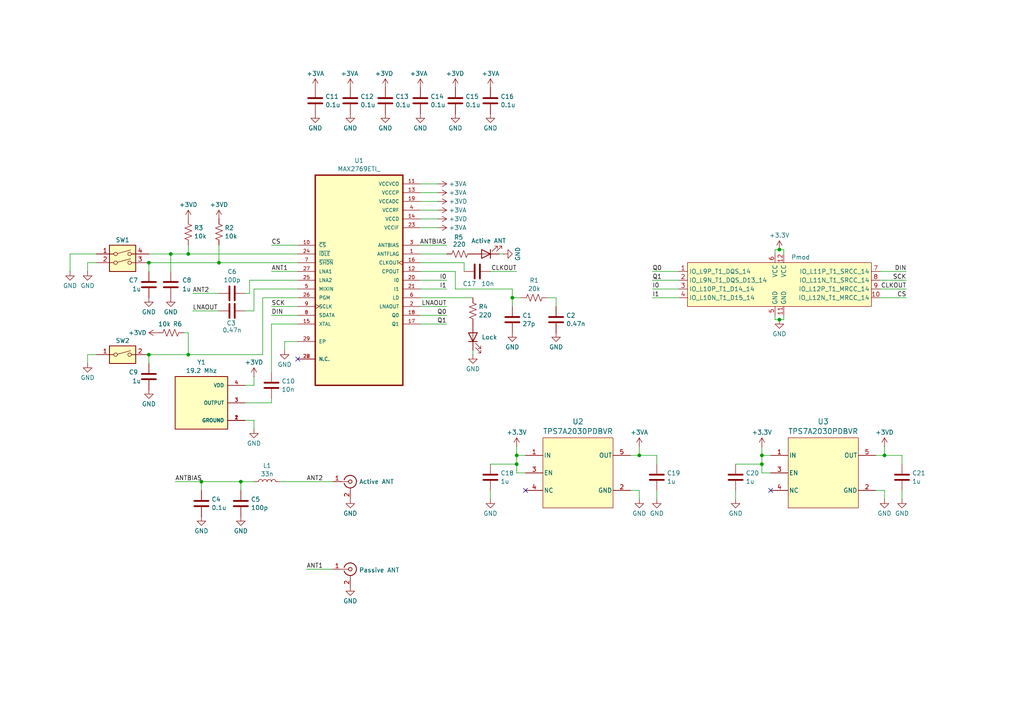
<source format=kicad_sch>
(kicad_sch (version 20250114) (generator "eeschema") (generator_version "9.0")
  (paper "A4")
  (lib_symbols
    (symbol "2025-04-18_23-38-37:TPS7A2030PDBVR" (pin_names (offset 0.254))
      (property "Reference" "U2" (at 15.24 9.812 0))
      (property "Value" "TPS7A2030PDBVR" (at 15.24 6.9791 0))
      (symbol "TPS7A2030PDBVR_0_1"
        (pin power_in line (at 0 0 0) (length 5.08) (name "IN") (number "1"))
        (pin input line (at 0 -5.08 0) (length 5.08) (name "EN") (number "3"))
        (pin unspecified line (at 0 -10.16 0) (length 5.08) (name "NC") (number "4"))
        (pin unspecified line (at 30.48 0 180) (length 5.08) (name "OUT") (number "5"))
        (pin power_in line (at 30.48 -10.16 180) (length 5.08) (name "GND") (number "2"))
      )
      (symbol "TPS7A2030PDBVR_1_1"
        (rectangle (start 5.08 5.08) (end 25.4 -15.24) (fill (type background)))
      )
    )
    (symbol "Connector:Conn_Coaxial" (pin_names (offset 1.016) (hide yes))
      (property "Reference" "J" (at 0.254 3.048 0))
      (property "Value" "Conn_Coaxial" (at 2.921 0 90))
      (symbol "Conn_Coaxial_0_1"
        (polyline (pts (xy -2.54 0) (xy -0.508 0)))
        (arc (start 1.778 0) (mid 0.222 -1.8079) (end -1.778 -0.508) (stroke (width 0.254)))
        (arc (start -1.778 0.508) (mid 0.2221 1.8084) (end 1.778 0) (stroke (width 0.254)))
        (circle (center 0 0) (radius 0.508) (stroke (width 0.2032)))
        (polyline (pts (xy 0 -2.54) (xy 0 -1.778)))
      )
      (symbol "Conn_Coaxial_1_1"
        (pin passive line (at -5.08 0 0) (length 2.54) (name "In") (number "1"))
        (pin passive line (at 0 -5.08 90) (length 2.54) (name "Ext") (number "2"))
      )
    )
    (symbol "Custom:ArtyS7JB"
      (property "Reference" "J" (at 7.366 1.524 0))
      (symbol "ArtyS7JB_1_1"
        (rectangle (start -26.67 0) (end 26.67 -12.7) (fill (type background)))
        (pin bidirectional line (at -29.21 -2.54 0) (length 2.54) (name "IO_L9P_T1_DQS_14") (number "1"))
        (pin bidirectional line (at -29.21 -5.08 0) (length 2.54) (name "IO_L9N_T1_DQS_D13_14") (number "2"))
        (pin bidirectional line (at -29.21 -7.62 0) (length 2.54) (name "IO_L10P_T1_D14_14") (number "3"))
        (pin bidirectional line (at -29.21 -10.16 0) (length 2.54) (name "IO_L10N_T1_D15_14") (number "4"))
        (pin bidirectional line (at -1.27 2.54 270) (length 2.54) (name "VCC") (number "6"))
        (pin bidirectional line (at -1.27 -15.24 90) (length 2.54) (name "GND") (number "5"))
        (pin bidirectional line (at 1.27 2.54 270) (length 2.54) (name "VCC") (number "12"))
        (pin bidirectional line (at 1.27 -15.24 90) (length 2.54) (name "GND") (number "11"))
        (pin bidirectional line (at 29.21 -2.54 180) (length 2.54) (name "IO_L11P_T1_SRCC_14") (number "7"))
        (pin bidirectional line (at 29.21 -5.08 180) (length 2.54) (name "IO_L11N_T1_SRCC_14") (number "8"))
        (pin bidirectional line (at 29.21 -7.62 180) (length 2.54) (name "IO_L12P_T1_MRCC_14") (number "9"))
        (pin bidirectional line (at 29.21 -10.16 180) (length 2.54) (name "IO_L12N_T1_MRCC_14") (number "10"))
      )
    )
    (symbol "Device:C" (pin_numbers (hide yes)) (pin_names (offset 0.254))
      (property "Reference" "C" (at 0.635 2.54 0))
      (property "Value" "C" (at 0.635 -2.54 0))
      (symbol "C_0_1"
        (polyline (pts (xy -2.032 0.762) (xy 2.032 0.762)) (stroke (width 0.508)))
        (polyline (pts (xy -2.032 -0.762) (xy 2.032 -0.762)) (stroke (width 0.508)))
      )
      (symbol "C_1_1"
        (pin passive line (at 0 3.81 270) (length 2.794) (name "~") (number "1"))
        (pin passive line (at 0 -3.81 90) (length 2.794) (name "~") (number "2"))
      )
    )
    (symbol "Device:L" (pin_numbers (hide yes)) (pin_names (offset 1.016) (hide yes))
      (property "Reference" "L" (at -1.27 0 90))
      (property "Value" "L" (at 1.905 0 90))
      (symbol "L_0_1"
        (arc (start 0 2.54) (mid 0.6323 1.905) (end 0 1.27))
        (arc (start 0 1.27) (mid 0.6323 0.635) (end 0 0))
        (arc (start 0 0) (mid 0.6323 -0.635) (end 0 -1.27))
        (arc (start 0 -1.27) (mid 0.6323 -1.905) (end 0 -2.54))
      )
      (symbol "L_1_1"
        (pin passive line (at 0 3.81 270) (length 1.27) (name "1") (number "1"))
        (pin passive line (at 0 -3.81 90) (length 1.27) (name "2") (number "2"))
      )
    )
    (symbol "Device:LED" (pin_numbers (hide yes)) (pin_names (offset 1.016) (hide yes))
      (property "Reference" "D" (at 0 2.54 0))
      (property "Value" "LED" (at 0 -2.54 0))
      (symbol "LED_0_1"
        (polyline (pts (xy -3.048 -0.762) (xy -4.572 -2.286) (xy -3.81 -2.286) (xy -4.572 -2.286) (xy -4.572 -1.524)))
        (polyline (pts (xy -1.778 -0.762) (xy -3.302 -2.286) (xy -2.54 -2.286) (xy -3.302 -2.286) (xy -3.302 -1.524)))
        (polyline (pts (xy -1.27 0) (xy 1.27 0)))
        (polyline (pts (xy -1.27 -1.27) (xy -1.27 1.27)) (stroke (width 0.254)))
        (polyline (pts (xy 1.27 -1.27) (xy 1.27 1.27) (xy -1.27 0) (xy 1.27 -1.27)) (stroke (width 0.254)))
      )
      (symbol "LED_1_1"
        (pin passive line (at -3.81 0 0) (length 2.54) (name "K") (number "1"))
        (pin passive line (at 3.81 0 180) (length 2.54) (name "A") (number "2"))
      )
    )
    (symbol "Device:R_US" (pin_numbers (hide yes)) (pin_names (offset 0))
      (property "Reference" "R" (at 2.54 0 90))
      (property "Value" "R_US" (at -2.54 0 90))
      (symbol "R_US_0_1"
        (polyline (pts (xy 0 2.286) (xy 0 2.54)))
        (polyline (pts (xy 0 2.286) (xy 1.016 1.905) (xy 0 1.524) (xy -1.016 1.143) (xy 0 0.762)))
        (polyline (pts (xy 0 0.762) (xy 1.016 0.381) (xy 0 0) (xy -1.016 -0.381) (xy 0 -0.762)))
        (polyline (pts (xy 0 -0.762) (xy 1.016 -1.143) (xy 0 -1.524) (xy -1.016 -1.905) (xy 0 -2.286)))
        (polyline (pts (xy 0 -2.286) (xy 0 -2.54)))
      )
      (symbol "R_US_1_1"
        (pin passive line (at 0 3.81 270) (length 1.27) (name "~") (number "1"))
        (pin passive line (at 0 -3.81 90) (length 1.27) (name "~") (number "2"))
      )
    )
    (symbol "ECS-TXO-20CSMV4-192-AN-TR:ECS-TXO-20CSMV4-192-AN-TR" (pin_names (offset 1.016))
      (property "Reference" "Y" (at -7.62 8.255 0))
      (property "Value" "ECS-TXO-20CSMV4-192-AN-TR" (at -7.62 -10.16 0))
      (symbol "ECS-TXO-20CSMV4-192-AN-TR_0_0"
        (rectangle (start -7.62 -7.62) (end 7.62 7.62) (stroke (width 0.254)) (fill (type background)))
        (pin power_in line (at 12.7 5.08 180) (length 5.08) (name "VDD") (number "4"))
        (pin output line (at 12.7 0 180) (length 5.08) (name "OUTPUT") (number "3"))
        (pin power_in line (at 12.7 -5.08 180) (length 5.08) (name "GROUND") (number "1"))
        (pin power_in line (at 12.7 -5.08 180) (length 5.08) (name "GROUND") (number "2"))
      )
    )
    (symbol "MAX2769ETI_:MAX2769ETI_" (pin_names (offset 1.016))
      (property "Reference" "U" (at -12.7 31.48 0))
      (property "Value" "MAX2769ETI_" (at -12.7 -34.48 0))
      (symbol "MAX2769ETI__0_0"
        (rectangle (start -12.7 -30.48) (end 12.7 30.48) (stroke (width 0.41)) (fill (type background)))
        (pin input line (at -17.78 10.16 0) (length 5.08) (name "~{CS}") (number "10"))
        (pin input line (at -17.78 7.62 0) (length 5.08) (name "~{IDLE}") (number "24"))
        (pin input line (at -17.78 5.08 0) (length 5.08) (name "~{SHDN}") (number "7"))
        (pin input line (at -17.78 2.54 0) (length 5.08) (name "LNA1") (number "27"))
        (pin input line (at -17.78 0 0) (length 5.08) (name "LNA2") (number "25"))
        (pin input line (at -17.78 -2.54 0) (length 5.08) (name "MIXIN") (number "5"))
        (pin input line (at -17.78 -5.08 0) (length 5.08) (name "PGM") (number "26"))
        (pin input clock (at -17.78 -7.62 0) (length 5.08) (name "SCLK") (number "9"))
        (pin input line (at -17.78 -10.16 0) (length 5.08) (name "SDATA") (number "8"))
        (pin input line (at -17.78 -12.7 0) (length 5.08) (name "XTAL") (number "15"))
        (pin bidirectional line (at -17.78 -17.78 0) (length 5.08) (name "EP") (number "29"))
        (pin bidirectional line (at -17.78 -22.86 0) (length 5.08) (name "N.C.") (number "22"))
        (pin bidirectional line (at -17.78 -22.86 0) (length 5.08) (name "N.C.") (number "28"))
        (pin power_in line (at 17.78 27.94 180) (length 5.08) (name "VCCVCO") (number "11"))
        (pin power_in line (at 17.78 25.4 180) (length 5.08) (name "VCCCP") (number "13"))
        (pin power_in line (at 17.78 22.86 180) (length 5.08) (name "VCCADC") (number "19"))
        (pin power_in line (at 17.78 20.32 180) (length 5.08) (name "VCCRF") (number "4"))
        (pin power_in line (at 17.78 17.78 180) (length 5.08) (name "VCCD") (number "14"))
        (pin power_in line (at 17.78 15.24 180) (length 5.08) (name "VCCIF") (number "23"))
        (pin output line (at 17.78 10.16 180) (length 5.08) (name "ANTBIAS") (number "3"))
        (pin output line (at 17.78 7.62 180) (length 5.08) (name "ANTFLAG") (number "1"))
        (pin output clock (at 17.78 5.08 180) (length 5.08) (name "CLKOUT") (number "16"))
        (pin output line (at 17.78 2.54 180) (length 5.08) (name "CPOUT") (number "12"))
        (pin output line (at 17.78 0 180) (length 5.08) (name "I0") (number "20"))
        (pin output line (at 17.78 -2.54 180) (length 5.08) (name "I1") (number "21"))
        (pin output line (at 17.78 -5.08 180) (length 5.08) (name "LD") (number "6"))
        (pin output line (at 17.78 -7.62 180) (length 5.08) (name "LNAOUT") (number "2"))
        (pin output line (at 17.78 -10.16 180) (length 5.08) (name "Q0") (number "18"))
        (pin output line (at 17.78 -12.7 180) (length 5.08) (name "Q1") (number "17"))
      )
    )
    (symbol "Switch:SW_DIP_x01" (pin_names (offset 0) (hide yes))
      (property "Reference" "SW" (at 0 3.81 0))
      (property "Value" "SW_DIP_x01" (at 0 -3.81 0))
      (symbol "SW_DIP_x01_0_0"
        (circle (center -2.032 0) (radius 0.508))
        (polyline (pts (xy -1.524 0.127) (xy 2.3622 1.1684)))
        (circle (center 2.032 0) (radius 0.508))
      )
      (symbol "SW_DIP_x01_0_1"
        (rectangle (start -3.81 2.54) (end 3.81 -2.54) (stroke (width 0.254)) (fill (type background)))
      )
      (symbol "SW_DIP_x01_1_1"
        (pin passive line (at -7.62 0 0) (length 5.08) (name "~") (number "1"))
        (pin passive line (at 7.62 0 180) (length 5.08) (name "~") (number "2"))
      )
    )
    (symbol "Switch:SW_DIP_x02" (pin_names (offset 0) (hide yes))
      (property "Reference" "SW" (at 0 6.35 0))
      (property "Value" "SW_DIP_x02" (at 0 -3.81 0))
      (symbol "SW_DIP_x02_0_0"
        (circle (center -2.032 2.54) (radius 0.508))
        (circle (center -2.032 0) (radius 0.508))
        (polyline (pts (xy -1.524 2.667) (xy 2.3622 3.7084)))
        (polyline (pts (xy -1.524 0.127) (xy 2.3622 1.1684)))
        (circle (center 2.032 2.54) (radius 0.508))
        (circle (center 2.032 0) (radius 0.508))
      )
      (symbol "SW_DIP_x02_0_1"
        (rectangle (start -3.81 5.08) (end 3.81 -2.54) (stroke (width 0.254)) (fill (type background)))
      )
      (symbol "SW_DIP_x02_1_1"
        (pin passive line (at -7.62 2.54 0) (length 5.08) (name "~") (number "1"))
        (pin passive line (at -7.62 0 0) (length 5.08) (name "~") (number "2"))
        (pin passive line (at 7.62 2.54 180) (length 5.08) (name "~") (number "4"))
        (pin passive line (at 7.62 0 180) (length 5.08) (name "~") (number "3"))
      )
    )
    (symbol "power:+3.3V" (power) (pin_numbers (hide yes)) (pin_names (offset 0) (hide yes))
      (property "Value" "+3.3V" (at 0 3.556 0))
      (symbol "+3.3V_0_1"
        (polyline (pts (xy -0.762 1.27) (xy 0 2.54)))
        (polyline (pts (xy 0 2.54) (xy 0.762 1.27)))
        (polyline (pts (xy 0 0) (xy 0 2.54)))
      )
      (symbol "+3.3V_1_1"
        (pin power_in line (at 0 0 90) (length 0) (name "~") (number "1"))
      )
    )
    (symbol "power:+3V0" (power) (pin_numbers (hide yes)) (pin_names (offset 0) (hide yes))
      (property "Value" "+3V0" (at 0 3.556 0))
      (symbol "+3V0_0_1"
        (polyline (pts (xy -0.762 1.27) (xy 0 2.54)))
        (polyline (pts (xy 0 2.54) (xy 0.762 1.27)))
        (polyline (pts (xy 0 0) (xy 0 2.54)))
      )
      (symbol "+3V0_1_1"
        (pin power_in line (at 0 0 90) (length 0) (name "~") (number "1"))
      )
    )
    (symbol "power:GND" (power) (pin_numbers (hide yes)) (pin_names (offset 0) (hide yes))
      (property "Value" "GND" (at 0 -3.81 0))
      (symbol "GND_0_1"
        (polyline (pts (xy 0 0) (xy 0 -1.27) (xy 1.27 -1.27) (xy 0 -2.54) (xy -1.27 -1.27) (xy 0 -1.27)))
      )
      (symbol "GND_1_1"
        (pin power_in line (at 0 0 270) (length 0) (name "~") (number "1"))
      )
    )
  )
  (junction (at 149.86 132.08))
  (junction (at 58.42 139.7))
  (junction (at 54.61 73.66))
  (junction (at 220.98 132.08))
  (junction (at 226.06 92.71))
  (junction (at 69.85 139.7))
  (junction (at 43.18 76.2))
  (junction (at 185.42 132.08))
  (junction (at 226.06 72.39))
  (junction (at 54.61 102.87))
  (junction (at 63.5 76.2))
  (junction (at 256.54 132.08))
  (junction (at 148.59 86.36))
  (junction (at 220.98 134.62))
  (junction (at 149.86 134.62))
  (junction (at 43.18 102.87))
  (junction (at 49.53 73.66))
  (no_connect (at 152.4 142.24))
  (no_connect (at 223.52 142.24))
  (no_connect (at 86.36 104.14))
  (wire (pts (xy 158.75 86.36) (xy 161.29 86.36)))
  (wire (pts (xy 149.86 132.08) (xy 152.4 132.08)))
  (wire (pts (xy 149.86 134.62) (xy 149.86 137.16)))
  (wire (pts (xy 121.92 60.96) (xy 127 60.96)))
  (wire (pts (xy 76.2 86.36) (xy 86.36 86.36)))
  (wire (pts (xy 261.62 132.08) (xy 256.54 132.08)))
  (wire (pts (xy 132.08 83.82) (xy 148.59 83.82)))
  (wire (pts (xy 71.12 121.92) (xy 73.66 121.92)))
  (wire (pts (xy 71.12 90.17) (xy 73.66 90.17)))
  (wire (pts (xy 196.85 83.82) (xy 189.23 83.82)))
  (wire (pts (xy 213.36 134.62) (xy 220.98 134.62)))
  (wire (pts (xy 121.92 58.42) (xy 127 58.42)))
  (wire (pts (xy 149.86 129.54) (xy 149.86 132.08)))
  (wire (pts (xy 190.5 144.78) (xy 190.5 142.24)))
  (wire (pts (xy 73.66 121.92) (xy 73.66 124.46)))
  (wire (pts (xy 121.92 93.98) (xy 129.54 93.98)))
  (wire (pts (xy 224.79 72.39) (xy 226.06 72.39)))
  (wire (pts (xy 255.27 83.82) (xy 262.89 83.82)))
  (wire (pts (xy 88.9 165.1) (xy 96.52 165.1)))
  (wire (pts (xy 76.2 102.87) (xy 76.2 86.36)))
  (wire (pts (xy 50.8 139.7) (xy 58.42 139.7)))
  (wire (pts (xy 262.89 78.74) (xy 255.27 78.74)))
  (wire (pts (xy 121.92 86.36) (xy 137.16 86.36)))
  (wire (pts (xy 121.92 83.82) (xy 129.54 83.82)))
  (wire (pts (xy 226.06 72.39) (xy 227.33 72.39)))
  (wire (pts (xy 25.4 102.87) (xy 27.94 102.87)))
  (wire (pts (xy 54.61 71.12) (xy 54.61 73.66)))
  (wire (pts (xy 142.24 134.62) (xy 149.86 134.62)))
  (wire (pts (xy 49.53 73.66) (xy 49.53 78.74)))
  (wire (pts (xy 121.92 81.28) (xy 129.54 81.28)))
  (wire (pts (xy 20.32 73.66) (xy 27.94 73.66)))
  (wire (pts (xy 220.98 137.16) (xy 223.52 137.16)))
  (wire (pts (xy 256.54 142.24) (xy 256.54 144.78)))
  (wire (pts (xy 121.92 53.34) (xy 127 53.34)))
  (wire (pts (xy 261.62 144.78) (xy 261.62 142.24)))
  (wire (pts (xy 227.33 72.39) (xy 227.33 73.66)))
  (wire (pts (xy 190.5 132.08) (xy 185.42 132.08)))
  (wire (pts (xy 72.39 81.28) (xy 86.36 81.28)))
  (wire (pts (xy 43.18 73.66) (xy 49.53 73.66)))
  (wire (pts (xy 78.74 88.9) (xy 86.36 88.9)))
  (wire (pts (xy 196.85 86.36) (xy 189.23 86.36)))
  (wire (pts (xy 25.4 105.41) (xy 25.4 102.87)))
  (wire (pts (xy 73.66 83.82) (xy 86.36 83.82)))
  (wire (pts (xy 137.16 102.87) (xy 137.16 101.6)))
  (wire (pts (xy 54.61 96.52) (xy 54.61 102.87)))
  (wire (pts (xy 58.42 139.7) (xy 58.42 142.24)))
  (wire (pts (xy 55.88 90.17) (xy 63.5 90.17)))
  (wire (pts (xy 121.92 71.12) (xy 129.54 71.12)))
  (wire (pts (xy 148.59 86.36) (xy 151.13 86.36)))
  (wire (pts (xy 54.61 73.66) (xy 86.36 73.66)))
  (wire (pts (xy 82.55 99.06) (xy 82.55 101.6)))
  (wire (pts (xy 73.66 90.17) (xy 73.66 83.82)))
  (wire (pts (xy 54.61 73.66) (xy 49.53 73.66)))
  (wire (pts (xy 78.74 91.44) (xy 86.36 91.44)))
  (wire (pts (xy 220.98 129.54) (xy 220.98 132.08)))
  (wire (pts (xy 132.08 78.74) (xy 121.92 78.74)))
  (wire (pts (xy 20.32 78.74) (xy 20.32 73.66)))
  (wire (pts (xy 54.61 102.87) (xy 76.2 102.87)))
  (wire (pts (xy 71.12 85.09) (xy 72.39 85.09)))
  (wire (pts (xy 148.59 86.36) (xy 148.59 88.9)))
  (wire (pts (xy 161.29 86.36) (xy 161.29 88.9)))
  (wire (pts (xy 72.39 85.09) (xy 72.39 81.28)))
  (wire (pts (xy 43.18 76.2) (xy 43.18 78.74)))
  (wire (pts (xy 121.92 91.44) (xy 129.54 91.44)))
  (wire (pts (xy 262.89 86.36) (xy 255.27 86.36)))
  (wire (pts (xy 71.12 116.84) (xy 78.74 116.84)))
  (wire (pts (xy 121.92 76.2) (xy 134.62 76.2)))
  (wire (pts (xy 78.74 107.95) (xy 78.74 93.98)))
  (wire (pts (xy 182.88 132.08) (xy 185.42 132.08)))
  (wire (pts (xy 256.54 132.08) (xy 256.54 129.54)))
  (wire (pts (xy 121.92 63.5) (xy 127 63.5)))
  (wire (pts (xy 121.92 66.04) (xy 127 66.04)))
  (wire (pts (xy 69.85 139.7) (xy 73.66 139.7)))
  (wire (pts (xy 132.08 78.74) (xy 132.08 83.82)))
  (wire (pts (xy 25.4 76.2) (xy 27.94 76.2)))
  (wire (pts (xy 220.98 132.08) (xy 223.52 132.08)))
  (wire (pts (xy 78.74 71.12) (xy 86.36 71.12)))
  (wire (pts (xy 25.4 78.74) (xy 25.4 76.2)))
  (wire (pts (xy 78.74 115.57) (xy 78.74 116.84)))
  (wire (pts (xy 55.88 85.09) (xy 63.5 85.09)))
  (wire (pts (xy 196.85 78.74) (xy 189.23 78.74)))
  (wire (pts (xy 58.42 139.7) (xy 69.85 139.7)))
  (wire (pts (xy 53.34 96.52) (xy 54.61 96.52)))
  (wire (pts (xy 185.42 132.08) (xy 185.42 129.54)))
  (wire (pts (xy 149.86 137.16) (xy 152.4 137.16)))
  (wire (pts (xy 185.42 142.24) (xy 185.42 144.78)))
  (wire (pts (xy 86.36 99.06) (xy 82.55 99.06)))
  (wire (pts (xy 43.18 102.87) (xy 43.18 105.41)))
  (wire (pts (xy 71.12 111.76) (xy 73.66 111.76)))
  (wire (pts (xy 69.85 139.7) (xy 69.85 142.24)))
  (wire (pts (xy 43.18 102.87) (xy 54.61 102.87)))
  (wire (pts (xy 78.74 78.74) (xy 86.36 78.74)))
  (wire (pts (xy 213.36 144.78) (xy 213.36 142.24)))
  (wire (pts (xy 227.33 92.71) (xy 227.33 91.44)))
  (wire (pts (xy 254 142.24) (xy 256.54 142.24)))
  (wire (pts (xy 63.5 76.2) (xy 86.36 76.2)))
  (wire (pts (xy 261.62 134.62) (xy 261.62 132.08)))
  (wire (pts (xy 73.66 111.76) (xy 73.66 109.22)))
  (wire (pts (xy 78.74 93.98) (xy 86.36 93.98)))
  (wire (pts (xy 226.06 92.71) (xy 227.33 92.71)))
  (wire (pts (xy 121.92 73.66) (xy 129.54 73.66)))
  (wire (pts (xy 146.05 73.66) (xy 144.78 73.66)))
  (wire (pts (xy 148.59 83.82) (xy 148.59 86.36)))
  (wire (pts (xy 121.92 55.88) (xy 127 55.88)))
  (wire (pts (xy 224.79 73.66) (xy 224.79 72.39)))
  (wire (pts (xy 224.79 92.71) (xy 226.06 92.71)))
  (wire (pts (xy 142.24 144.78) (xy 142.24 142.24)))
  (wire (pts (xy 262.89 81.28) (xy 255.27 81.28)))
  (wire (pts (xy 196.85 81.28) (xy 189.23 81.28)))
  (wire (pts (xy 190.5 134.62) (xy 190.5 132.08)))
  (wire (pts (xy 149.86 132.08) (xy 149.86 134.62)))
  (wire (pts (xy 43.18 76.2) (xy 63.5 76.2)))
  (wire (pts (xy 63.5 71.12) (xy 63.5 76.2)))
  (wire (pts (xy 220.98 134.62) (xy 220.98 137.16)))
  (wire (pts (xy 224.79 91.44) (xy 224.79 92.71)))
  (wire (pts (xy 142.24 78.74) (xy 149.86 78.74)))
  (wire (pts (xy 81.28 139.7) (xy 96.52 139.7)))
  (wire (pts (xy 220.98 132.08) (xy 220.98 134.62)))
  (wire (pts (xy 121.92 88.9) (xy 129.54 88.9)))
  (wire (pts (xy 182.88 142.24) (xy 185.42 142.24)))
  (wire (pts (xy 134.62 76.2) (xy 134.62 78.74)))
  (wire (pts (xy 254 132.08) (xy 256.54 132.08)))
  (label "SCK" (at 78.74 88.9 0))
  (label "I0" (at 129.54 81.28 180))
  (label "ANTBIAS" (at 129.54 71.12 180))
  (label "Q0" (at 189.23 78.74 0))
  (label "I0" (at 189.23 83.82 0))
  (label "ANT1" (at 88.9 165.1 0))
  (label "Q0" (at 129.54 91.44 180))
  (label "I1" (at 129.54 83.82 180))
  (label "LNAOUT" (at 129.54 88.9 180))
  (label "ANT2" (at 88.9 139.7 0))
  (label "Q1" (at 189.23 81.28 0))
  (label "CS" (at 78.74 71.12 0))
  (label "DIN" (at 262.89 78.74 180))
  (label "CLKOUT" (at 149.86 78.74 180))
  (label "ANTBIAS" (at 50.8 139.7 0))
  (label "ANT2" (at 55.88 85.09 0))
  (label "Q1" (at 129.54 93.98 180))
  (label "I1" (at 189.23 86.36 0))
  (label "ANT1" (at 78.74 78.74 0))
  (label "SCK" (at 262.89 81.28 180))
  (label "LNAOUT" (at 55.88 90.17 0))
  (label "CLKOUT" (at 262.89 83.82 180))
  (label "DIN" (at 78.74 91.44 0))
  (label "CS" (at 262.89 86.36 180))
  (symbol (lib_id "Device:R_US") (at 49.53 96.52 90) (unit 1)
    (property "Reference" "R6" (at 52.832 93.98 90) (effects (justify left)))
    (property "Value" "10k" (at 49.53 93.98 90) (effects (justify left)))
    (property "Footprint" "Resistor_SMD:R_0603_1608Metric" (effects (hide yes)))
    (property "Description" "Resistor, US symbol" (effects (hide yes)))
    (property "Manufacturer_Part_Number" "RE0603FRE1310KL" (effects (hide yes)))
  )
  (symbol (lib_id "Device:R_US") (at 63.5 67.31 0) (unit 1)
    (property "Reference" "R2" (at 65.151 66.0978 0) (effects (justify left)))
    (property "Value" "10k" (at 65.151 68.5221 0) (effects (justify left)))
    (property "Footprint" "Resistor_SMD:R_0603_1608Metric" (effects (hide yes)))
    (property "Description" "Resistor, US symbol" (effects (hide yes)))
    (property "Manufacturer_Part_Number" "RE0603FRE1310KL" (effects (hide yes)))
  )
  (symbol (lib_id "power:+3V0") (at 127 55.88 270) (unit 1)
    (property "Reference" "#PWR034" (effects (hide yes)))
    (property "Value" "+3VA" (at 130.175 55.88 90) (effects (justify left)))
    (property "Description" "Power symbol creates a global label with name \"+3V0\"" (effects (hide yes)))
  )
  (symbol (lib_id "2025-04-18_23-38-37:TPS7A2030PDBVR") (at 223.52 132.08 0) (unit 1)
    (property "Reference" "U3" (at 238.76 122.268 0) (effects (font (size 1.524 1.524))))
    (property "Value" "TPS7A2030PDBVR" (at 238.76 125.1009 0) (effects (font (size 1.524 1.524))))
    (property "Footprint" "DBV0005A-IPC_A" (effects (hide yes)))
    (property "Manufacturer_Part_Number" "TPS7A2030PDBVR" (effects (hide yes)))
  )
  (symbol (lib_id "power:GND") (at 146.05 73.66 90) (unit 1)
    (property "Reference" "#PWR017" (effects (hide yes)))
    (property "Value" "GND" (at 150.1831 73.66 0))
    (property "Description" "Power symbol creates a global label with name \"GND\" , ground" (effects (hide yes)))
  )
  (symbol (lib_id "power:+3V0") (at 127 53.34 270) (unit 1)
    (property "Reference" "#PWR035" (effects (hide yes)))
    (property "Value" "+3VA" (at 130.175 53.34 90) (effects (justify left)))
    (property "Description" "Power symbol creates a global label with name \"+3V0\"" (effects (hide yes)))
  )
  (symbol (lib_id "power:+3V0") (at 63.5 63.5 0) (unit 1)
    (property "Reference" "#PWR030" (effects (hide yes)))
    (property "Value" "+3VD" (at 63.5 59.3669 0))
    (property "Description" "Power symbol creates a global label with name \"+3V0\"" (effects (hide yes)))
  )
  (symbol (lib_id "Custom:ArtyS7JB") (at 226.06 76.2 0) (unit 1)
    (property "Reference" "J1" (effects (hide yes)))
    (property "Value" "Pmod" (at 229.4733 74.6069 0) (effects (justify left)))
    (property "Footprint" "Custom:PinHeader_2x06_P2.54mm_Horizontal_Pmod" (effects (hide yes)))
    (property "Manufacturer_Part_Number" "HTSW-106-08-G-D-RA " (effects (hide yes)))
  )
  (symbol (lib_id "Connector:Conn_Coaxial") (at 101.6 165.1 0) (unit 1)
    (property "Reference" "J2" (effects (hide yes)))
    (property "Value" "Passive ANT" (at 104.14 165.354 0) (effects (justify left)))
    (property "Footprint" "Connector_Coaxial:SMA_Amphenol_132289_EdgeMount" (effects (hide yes)))
    (property "Description" "coaxial connector (BNC, SMA, SMB, SMC, Cinch/RCA, LEMO, ...)" (effects (hide yes)))
    (property "Manufacturer_Part_Number" "60312242114510" (effects (hide yes)))
  )
  (symbol (lib_id "power:GND") (at 161.29 96.52 0) (unit 1)
    (property "Reference" "#PWR05" (effects (hide yes)))
    (property "Value" "GND" (at 161.29 100.6531 0))
    (property "Description" "Power symbol creates a global label with name \"GND\" , ground" (effects (hide yes)))
  )
  (symbol (lib_id "Device:C") (at 69.85 146.05 0) (unit 1)
    (property "Reference" "C5" (at 72.771 144.8378 0) (effects (justify left)))
    (property "Value" "100p" (at 72.771 147.2621 0) (effects (justify left)))
    (property "Footprint" "Capacitor_SMD:C_0402_1005Metric" (effects (hide yes)))
    (property "Description" "Unpolarized capacitor" (effects (hide yes)))
    (property "Manufacturer_Part_Number" "GRM1555C2A101GA01D" (effects (hide yes)))
  )
  (symbol (lib_id "power:GND") (at 142.24 144.78 0) (unit 1)
    (property "Reference" "#PWR047" (effects (hide yes)))
    (property "Value" "GND" (at 142.24 148.9131 0))
    (property "Description" "Power symbol creates a global label with name \"GND\" , ground" (effects (hide yes)))
  )
  (symbol (lib_id "power:GND") (at 256.54 144.78 0) (unit 1)
    (property "Reference" "#PWR028" (effects (hide yes)))
    (property "Value" "GND" (at 256.54 148.9131 0))
    (property "Description" "Power symbol creates a global label with name \"GND\" , ground" (effects (hide yes)))
  )
  (symbol (lib_id "power:+3V0") (at 127 58.42 270) (unit 1)
    (property "Reference" "#PWR036" (effects (hide yes)))
    (property "Value" "+3VD" (at 130.175 58.42 90) (effects (justify left)))
    (property "Description" "Power symbol creates a global label with name \"+3V0\"" (effects (hide yes)))
  )
  (symbol (lib_id "Device:R_US") (at 137.16 90.17 180) (unit 1)
    (property "Reference" "R4" (at 138.811 88.9578 0) (effects (justify right)))
    (property "Value" "220" (at 138.811 91.3821 0) (effects (justify right)))
    (property "Footprint" "Resistor_SMD:R_0603_1608Metric" (effects (hide yes)))
    (property "Description" "Resistor, US symbol" (effects (hide yes)))
    (property "Manufacturer_Part_Number" "RC0603JR-07220RP" (effects (hide yes)))
  )
  (symbol (lib_id "power:GND") (at 132.08 33.02 0) (unit 1)
    (property "Reference" "#PWR045" (effects (hide yes)))
    (property "Value" "GND" (at 132.08 37.1531 0))
    (property "Description" "Power symbol creates a global label with name \"GND\" , ground" (effects (hide yes)))
  )
  (symbol (lib_id "Device:C") (at 43.18 109.22 0) (unit 1)
    (property "Reference" "C9" (at 37.338 107.95 0) (effects (justify left)))
    (property "Value" "1u" (at 38.354 110.49 0) (effects (justify left)))
    (property "Footprint" "Capacitor_SMD:C_0603_1608Metric" (effects (hide yes)))
    (property "Description" "Unpolarized capacitor" (effects (hide yes)))
    (property "Manufacturer_Part_Number" "GRM188R61A105KA61J" (effects (hide yes)))
  )
  (symbol (lib_id "Device:C") (at 132.08 29.21 0) (unit 1)
    (property "Reference" "C15" (at 135.001 27.9978 0) (effects (justify left)))
    (property "Value" "0.1u" (at 135.001 30.4221 0) (effects (justify left)))
    (property "Footprint" "Capacitor_SMD:C_0402_1005Metric" (effects (hide yes)))
    (property "Description" "Unpolarized capacitor" (effects (hide yes)))
    (property "Manufacturer_Part_Number" "GRM155R61A104KA01J" (effects (hide yes)))
  )
  (symbol (lib_id "Device:C") (at 67.31 85.09 90) (unit 1)
    (property "Reference" "C6" (at 67.31 78.7865 90))
    (property "Value" "100p" (at 67.31 81.2108 90))
    (property "Footprint" "Capacitor_SMD:C_0402_1005Metric" (effects (hide yes)))
    (property "Description" "Unpolarized capacitor" (effects (hide yes)))
    (property "Manufacturer_Part_Number" "GRM1555C2A101GA01D" (effects (hide yes)))
  )
  (symbol (lib_id "power:+3V0") (at 256.54 129.54 0) (unit 1)
    (property "Reference" "#PWR027" (effects (hide yes)))
    (property "Value" "+3VD" (at 256.54 125.4069 0))
    (property "Description" "Power symbol creates a global label with name \"+3V0\"" (effects (hide yes)))
  )
  (symbol (lib_id "power:+3V0") (at 91.44 25.4 0) (unit 1)
    (property "Reference" "#PWR039" (effects (hide yes)))
    (property "Value" "+3VA" (at 88.9 21.336 0) (effects (justify left)))
    (property "Description" "Power symbol creates a global label with name \"+3V0\"" (effects (hide yes)))
  )
  (symbol (lib_id "power:GND") (at 213.36 144.78 0) (unit 1)
    (property "Reference" "#PWR049" (effects (hide yes)))
    (property "Value" "GND" (at 213.36 148.9131 0))
    (property "Description" "Power symbol creates a global label with name \"GND\" , ground" (effects (hide yes)))
  )
  (symbol (lib_id "power:GND") (at 69.85 149.86 0) (unit 1)
    (property "Reference" "#PWR07" (effects (hide yes)))
    (property "Value" "GND" (at 69.85 153.9931 0))
    (property "Description" "Power symbol creates a global label with name \"GND\" , ground" (effects (hide yes)))
  )
  (symbol (lib_id "Device:R_US") (at 54.61 67.31 0) (unit 1)
    (property "Reference" "R3" (at 56.261 66.0978 0) (effects (justify left)))
    (property "Value" "10k" (at 56.261 68.5221 0) (effects (justify left)))
    (property "Footprint" "Resistor_SMD:R_0603_1608Metric" (effects (hide yes)))
    (property "Description" "Resistor, US symbol" (effects (hide yes)))
    (property "Manufacturer_Part_Number" "RE0603FRE1310KL" (effects (hide yes)))
  )
  (symbol (lib_id "power:+3V0") (at 127 63.5 270) (unit 1)
    (property "Reference" "#PWR037" (effects (hide yes)))
    (property "Value" "+3VD" (at 130.175 63.5 90) (effects (justify left)))
    (property "Description" "Power symbol creates a global label with name \"+3V0\"" (effects (hide yes)))
  )
  (symbol (lib_id "Device:C") (at 161.29 92.71 0) (unit 1)
    (property "Reference" "C2" (at 164.211 91.4978 0) (effects (justify left)))
    (property "Value" "0.47n" (at 164.211 93.9221 0) (effects (justify left)))
    (property "Footprint" "Capacitor_SMD:C_0402_1005Metric" (effects (hide yes)))
    (property "Description" "Unpolarized capacitor" (effects (hide yes)))
    (property "Manufacturer_Part_Number" "GCM1555C1H471JA16J" (effects (hide yes)))
  )
  (symbol (lib_id "Device:R_US") (at 154.94 86.36 90) (unit 1)
    (property "Reference" "R1" (at 154.94 81.3265 90))
    (property "Value" "20k" (at 154.94 83.7508 90))
    (property "Footprint" "Resistor_SMD:R_0603_1608Metric" (effects (hide yes)))
    (property "Description" "Resistor, US symbol" (effects (hide yes)))
    (property "Manufacturer_Part_Number" "RT0603FRE1020KL" (effects (hide yes)))
  )
  (symbol (lib_id "Device:C") (at 148.59 92.71 0) (unit 1)
    (property "Reference" "C1" (at 151.511 91.4978 0) (effects (justify left)))
    (property "Value" "27p" (at 151.511 93.9221 0) (effects (justify left)))
    (property "Footprint" "Capacitor_SMD:C_0402_1005Metric" (effects (hide yes)))
    (property "Description" "Unpolarized capacitor" (effects (hide yes)))
    (property "Manufacturer_Part_Number" "GCM1555C1H270JA16J" (effects (hide yes)))
  )
  (symbol (lib_id "Device:C") (at 43.18 82.55 0) (unit 1)
    (property "Reference" "C7" (at 37.338 81.28 0) (effects (justify left)))
    (property "Value" "1u" (at 38.354 83.82 0) (effects (justify left)))
    (property "Footprint" "Capacitor_SMD:C_0603_1608Metric" (effects (hide yes)))
    (property "Description" "Unpolarized capacitor" (effects (hide yes)))
    (property "Manufacturer_Part_Number" "GRM188R61A105KA61J" (effects (hide yes)))
  )
  (symbol (lib_id "Device:C") (at 213.36 138.43 0) (unit 1)
    (property "Reference" "C20" (at 216.281 137.2178 0) (effects (justify left)))
    (property "Value" "1u" (at 216.281 139.6421 0) (effects (justify left)))
    (property "Footprint" "Capacitor_SMD:C_0603_1608Metric" (effects (hide yes)))
    (property "Description" "Unpolarized capacitor" (effects (hide yes)))
    (property "Manufacturer_Part_Number" "GRM188R61A105KA61J" (effects (hide yes)))
  )
  (symbol (lib_id "power:+3V0") (at 132.08 25.4 0) (unit 1)
    (property "Reference" "#PWR043" (effects (hide yes)))
    (property "Value" "+3VD" (at 129.286 21.336 0) (effects (justify left)))
    (property "Description" "Power symbol creates a global label with name \"+3V0\"" (effects (hide yes)))
  )
  (symbol (lib_id "Device:LED") (at 140.97 73.66 180) (unit 1)
    (property "Reference" "LED1" (effects (hide yes)))
    (property "Value" "Active ANT" (at 136.652 69.85 0) (effects (justify right)))
    (property "Footprint" "LED_SMD:LED_0805_2012Metric" (effects (hide yes)))
    (property "Description" "Light emitting diode" (effects (hide yes)))
    (property "Sim.Pins" "1=K 2=A" (effects (hide yes)))
    (property "Manufacturer_Part_Number" "150080VS75000" (effects (hide yes)))
  )
  (symbol (lib_id "Device:C") (at 58.42 146.05 0) (unit 1)
    (property "Reference" "C4" (at 61.341 144.8378 0) (effects (justify left)))
    (property "Value" "0.1u" (at 61.341 147.2621 0) (effects (justify left)))
    (property "Footprint" "Capacitor_SMD:C_0402_1005Metric" (effects (hide yes)))
    (property "Description" "Unpolarized capacitor" (effects (hide yes)))
    (property "Manufacturer_Part_Number" "GRM155R61A104KA01J" (effects (hide yes)))
  )
  (symbol (lib_id "power:+3V0") (at 73.66 109.22 0) (unit 1)
    (property "Reference" "#PWR038" (effects (hide yes)))
    (property "Value" "+3VD" (at 73.66 105.0869 0))
    (property "Description" "Power symbol creates a global label with name \"+3V0\"" (effects (hide yes)))
  )
  (symbol (lib_id "power:+3V0") (at 127 66.04 270) (unit 1)
    (property "Reference" "#PWR032" (effects (hide yes)))
    (property "Value" "+3VA" (at 130.175 66.04 90) (effects (justify left)))
    (property "Description" "Power symbol creates a global label with name \"+3V0\"" (effects (hide yes)))
  )
  (symbol (lib_id "power:+3.3V") (at 226.06 72.39 0) (unit 1)
    (property "Reference" "#PWR02" (effects (hide yes)))
    (property "Value" "+3.3V" (at 226.06 68.2569 0))
    (property "Description" "Power symbol creates a global label with name \"+3.3V\"" (effects (hide yes)))
  )
  (symbol (lib_id "power:+3V0") (at 142.24 25.4 0) (unit 1)
    (property "Reference" "#PWR044" (effects (hide yes)))
    (property "Value" "+3VA" (at 139.7 21.336 0) (effects (justify left)))
    (property "Description" "Power symbol creates a global label with name \"+3V0\"" (effects (hide yes)))
  )
  (symbol (lib_id "power:+3V0") (at 121.92 25.4 0) (unit 1)
    (property "Reference" "#PWR042" (effects (hide yes)))
    (property "Value" "+3VA" (at 118.872 21.336 0) (effects (justify left)))
    (property "Description" "Power symbol creates a global label with name \"+3V0\"" (effects (hide yes)))
  )
  (symbol (lib_id "Device:C") (at 190.5 138.43 0) (unit 1)
    (property "Reference" "C19" (at 193.421 137.2178 0) (effects (justify left)))
    (property "Value" "1u" (at 193.421 139.6421 0) (effects (justify left)))
    (property "Footprint" "Capacitor_SMD:C_0603_1608Metric" (effects (hide yes)))
    (property "Description" "Unpolarized capacitor" (effects (hide yes)))
    (property "Manufacturer_Part_Number" "GRM188R61A105KA61J" (effects (hide yes)))
  )
  (symbol (lib_id "power:GND") (at 261.62 144.78 0) (unit 1)
    (property "Reference" "#PWR050" (effects (hide yes)))
    (property "Value" "GND" (at 261.62 148.9131 0))
    (property "Description" "Power symbol creates a global label with name \"GND\" , ground" (effects (hide yes)))
  )
  (symbol (lib_id "power:GND") (at 190.5 144.78 0) (unit 1)
    (property "Reference" "#PWR048" (effects (hide yes)))
    (property "Value" "GND" (at 190.5 148.9131 0))
    (property "Description" "Power symbol creates a global label with name \"GND\" , ground" (effects (hide yes)))
  )
  (symbol (lib_id "Connector:Conn_Coaxial") (at 101.6 139.7 0) (unit 1)
    (property "Reference" "J3" (effects (hide yes)))
    (property "Value" "Active ANT" (at 104.14 139.7 0) (effects (justify left)))
    (property "Footprint" "Connector_Coaxial:SMA_Amphenol_132289_EdgeMount" (effects (hide yes)))
    (property "Description" "coaxial connector (BNC, SMA, SMB, SMC, Cinch/RCA, LEMO, ...)" (effects (hide yes)))
    (property "Manufacturer_Part_Number" "60312242114510" (effects (hide yes)))
  )
  (symbol (lib_id "power:GND") (at 43.18 86.36 0) (unit 1)
    (property "Reference" "#PWR019" (effects (hide yes)))
    (property "Value" "GND" (at 43.18 90.4931 0))
    (property "Description" "Power symbol creates a global label with name \"GND\" , ground" (effects (hide yes)))
  )
  (symbol (lib_id "Switch:SW_DIP_x01") (at 35.56 102.87 0) (unit 1)
    (property "Reference" "SW2" (at 35.56 98.806 0))
    (property "Value" "SW_DIP_x01" (effects (hide yes)))
    (property "Footprint" "Button_Switch_SMD:SW_DIP_SPSTx01_Slide_6.7x4.1mm_W8.61mm_P2.54mm_LowProfile" (effects (hide yes)))
    (property "Description" "1x DIP Switch, Single Pole Single Throw (SPST) switch, small symbol" (effects (hide yes)))
    (property "Manufacturer_Part_Number" "A6S-1104-H" (effects (hide yes)))
  )
  (symbol (lib_id "Device:C") (at 78.74 111.76 0) (unit 1)
    (property "Reference" "C10" (at 81.661 110.5478 0) (effects (justify left)))
    (property "Value" "10n" (at 81.661 112.9721 0) (effects (justify left)))
    (property "Footprint" "Capacitor_SMD:C_0603_1608Metric" (effects (hide yes)))
    (property "Description" "Unpolarized capacitor" (effects (hide yes)))
    (property "Manufacturer_Part_Number" "GCM188R72A103KA37D" (effects (hide yes)))
  )
  (symbol (lib_id "power:GND") (at 148.59 96.52 0) (unit 1)
    (property "Reference" "#PWR04" (effects (hide yes)))
    (property "Value" "GND" (at 148.59 100.6531 0))
    (property "Description" "Power symbol creates a global label with name \"GND\" , ground" (effects (hide yes)))
  )
  (symbol (lib_id "Device:C") (at 101.6 29.21 0) (unit 1)
    (property "Reference" "C12" (at 104.521 27.9978 0) (effects (justify left)))
    (property "Value" "0.1u" (at 104.521 30.4221 0) (effects (justify left)))
    (property "Footprint" "Capacitor_SMD:C_0402_1005Metric" (effects (hide yes)))
    (property "Description" "Unpolarized capacitor" (effects (hide yes)))
    (property "Manufacturer_Part_Number" "GRM155R61A104KA01J" (effects (hide yes)))
  )
  (symbol (lib_id "power:GND") (at 82.55 101.6 0) (unit 1)
    (property "Reference" "#PWR03" (effects (hide yes)))
    (property "Value" "GND" (at 82.55 105.7331 0))
    (property "Description" "Power symbol creates a global label with name \"GND\" , ground" (effects (hide yes)))
  )
  (symbol (lib_id "MAX2769ETI_:MAX2769ETI_") (at 104.14 81.28 0) (unit 1)
    (property "Reference" "U1" (at 104.14 46.5775 0))
    (property "Value" "MAX2769ETI_" (at 104.14 49.0018 0))
    (property "Footprint" "MAX2769ETI_:QFN50P500X500X80-29N" (effects (hide yes)))
    (property "MF" "Analog Devices" (effects (hide yes)))
    (property "Description_1" "Universal GPS Receiver" (effects (hide yes)))
    (property "Package" "TQFN-28 Maxim" (effects (hide yes)))
    (property "Price" "None" (effects (hide yes)))
    (property "SnapEDA_Link" "https://www.snapeda.com/parts/MAX2769ETI+/Analog+Devices/view-part/?ref=snap" (effects (hide yes)))
    (property "MP" "MAX2769ETI+" (effects (hide yes)))
    (property "Availability" "In Stock" (effects (hide yes)))
    (property "Check_prices" "https://www.snapeda.com/parts/MAX2769ETI+/Analog+Devices/view-part/?ref=eda" (effects (hide yes)))
    (property "Manufacturer_Part_Number" "MAX2769ETI" (effects (hide yes)))
  )
  (symbol (lib_id "Device:L") (at 77.47 139.7 90) (unit 1)
    (property "Reference" "L1" (at 77.47 135.0502 90))
    (property "Value" "33n" (at 77.47 137.4745 90))
    (property "Footprint" "Inductor_SMD:L_0402_1005Metric" (effects (hide yes)))
    (property "Description" "Inductor" (effects (hide yes)))
    (property "Manufacturer_Part_Number" "LQW15AN33NJ80D" (effects (hide yes)))
  )
  (symbol (lib_id "power:GND") (at 111.76 33.02 0) (unit 1)
    (property "Reference" "#PWR014" (effects (hide yes)))
    (property "Value" "GND" (at 111.76 37.1531 0))
    (property "Description" "Power symbol creates a global label with name \"GND\" , ground" (effects (hide yes)))
  )
  (symbol (lib_id "Device:C") (at 111.76 29.21 0) (unit 1)
    (property "Reference" "C13" (at 114.681 27.9978 0) (effects (justify left)))
    (property "Value" "0.1u" (at 114.681 30.4221 0) (effects (justify left)))
    (property "Footprint" "Capacitor_SMD:C_0402_1005Metric" (effects (hide yes)))
    (property "Description" "Unpolarized capacitor" (effects (hide yes)))
    (property "Manufacturer_Part_Number" "GRM155R61A104KA01J" (effects (hide yes)))
  )
  (symbol (lib_id "Device:C") (at 49.53 82.55 0) (unit 1)
    (property "Reference" "C8" (at 52.832 81.28 0) (effects (justify left)))
    (property "Value" "1u" (at 52.832 83.82 0) (effects (justify left)))
    (property "Footprint" "Capacitor_SMD:C_0603_1608Metric" (effects (hide yes)))
    (property "Description" "Unpolarized capacitor" (effects (hide yes)))
    (property "Manufacturer_Part_Number" "GRM188R61A105KA61J" (effects (hide yes)))
  )
  (symbol (lib_id "power:GND") (at 25.4 105.41 0) (unit 1)
    (property "Reference" "#PWR018" (effects (hide yes)))
    (property "Value" "GND" (at 25.4 109.5431 0))
    (property "Description" "Power symbol creates a global label with name \"GND\" , ground" (effects (hide yes)))
  )
  (symbol (lib_id "2025-04-18_23-38-37:TPS7A2030PDBVR") (at 152.4 132.08 0) (unit 1)
    (property "Reference" "U2" (at 167.64 122.268 0) (effects (font (size 1.524 1.524))))
    (property "Value" "TPS7A2030PDBVR" (at 167.64 125.1009 0) (effects (font (size 1.524 1.524))))
    (property "Footprint" "DBV0005A-IPC_A" (effects (hide yes)))
    (property "Manufacturer_Part_Number" "TPS7A2030PDBVR" (effects (hide yes)))
  )
  (symbol (lib_id "power:GND") (at 25.4 78.74 0) (unit 1)
    (property "Reference" "#PWR012" (effects (hide yes)))
    (property "Value" "GND" (at 25.4 82.8731 0))
    (property "Description" "Power symbol creates a global label with name \"GND\" , ground" (effects (hide yes)))
  )
  (symbol (lib_id "power:+3V0") (at 54.61 63.5 0) (unit 1)
    (property "Reference" "#PWR029" (effects (hide yes)))
    (property "Value" "+3VD" (at 54.61 59.3669 0))
    (property "Description" "Power symbol creates a global label with name \"+3V0\"" (effects (hide yes)))
  )
  (symbol (lib_id "Device:C") (at 261.62 138.43 0) (unit 1)
    (property "Reference" "C21" (at 264.541 137.2178 0) (effects (justify left)))
    (property "Value" "1u" (at 264.541 139.6421 0) (effects (justify left)))
    (property "Footprint" "Capacitor_SMD:C_0603_1608Metric" (effects (hide yes)))
    (property "Description" "Unpolarized capacitor" (effects (hide yes)))
    (property "Manufacturer_Part_Number" "GRM188R61A105KA61J" (effects (hide yes)))
  )
  (symbol (lib_id "power:GND") (at 58.42 149.86 0) (unit 1)
    (property "Reference" "#PWR06" (effects (hide yes)))
    (property "Value" "GND" (at 58.42 153.9931 0))
    (property "Description" "Power symbol creates a global label with name \"GND\" , ground" (effects (hide yes)))
  )
  (symbol (lib_id "power:GND") (at 137.16 102.87 0) (unit 1)
    (property "Reference" "#PWR016" (effects (hide yes)))
    (property "Value" "GND" (at 137.16 107.0031 0))
    (property "Description" "Power symbol creates a global label with name \"GND\" , ground" (effects (hide yes)))
  )
  (symbol (lib_id "power:+3V0") (at 127 60.96 270) (unit 1)
    (property "Reference" "#PWR033" (effects (hide yes)))
    (property "Value" "+3VA" (at 130.175 60.96 90) (effects (justify left)))
    (property "Description" "Power symbol creates a global label with name \"+3V0\"" (effects (hide yes)))
  )
  (symbol (lib_id "ECS-TXO-20CSMV4-192-AN-TR:ECS-TXO-20CSMV4-192-AN-TR") (at 58.42 116.84 0) (unit 1)
    (property "Reference" "Y1" (at 58.42 105.0755 0))
    (property "Value" "19.2 Mhz" (at 58.42 107.4998 0))
    (property "Footprint" "ECS-TXO-20CSMV4-192-AN-TR:OSC_ECS-TXO-20CSMV4-192-AN-TR" (effects (hide yes)))
    (property "MF" "ECS Inc." (effects (hide yes)))
    (property "MAXIMUM_PACKAGE_HEIGHT" "0.80 mm" (effects (hide yes)))
    (property "Package" "NON-STANDARD-4 ECS" (effects (hide yes)))
    (property "Price" "None" (effects (hide yes)))
    (property "Check_prices" "https://www.snapeda.com/parts/ECS-TXO-20CSMV4-192-AN-TR/ECS/view-part/?ref=eda" (effects (hide yes)))
    (property "STANDARD" "Manufacturer Recommendations" (effects (hide yes)))
    (property "PARTREV" "N/A" (effects (hide yes)))
    (property "SnapEDA_Link" "https://www.snapeda.com/parts/ECS-TXO-20CSMV4-192-AN-TR/ECS/view-part/?ref=snap" (effects (hide yes)))
    (property "MP" "ECS-TXO-20CSMV4-192-AN-TR" (effects (hide yes)))
    (property "Description_1" "19.2 MHz TCXO Clipped Sine Wave Oscillator 1.8V, 2.5V, 3.3V 4-SMD, No Lead" (effects (hide yes)))
    (property "Availability" "In Stock" (effects (hide yes)))
    (property "MANUFACTURER" "ECS Inc." (effects (hide yes)))
    (property "Manufacturer_Part_Number" "ECS-TXO-20CSMV4-192-AN-TR" (effects (hide yes)))
  )
  (symbol (lib_id "Device:C") (at 67.31 90.17 90) (unit 1)
    (property "Reference" "C3" (at 67.056 93.726 90))
    (property "Value" "0.47n" (at 67.31 95.758 90))
    (property "Footprint" "Capacitor_SMD:C_0402_1005Metric" (effects (hide yes)))
    (property "Description" "Unpolarized capacitor" (effects (hide yes)))
    (property "Manufacturer_Part_Number" "GCM1555C1H471JA16J" (effects (hide yes)))
  )
  (symbol (lib_id "power:+3V0") (at 111.76 25.4 0) (unit 1)
    (property "Reference" "#PWR041" (effects (hide yes)))
    (property "Value" "+3VD" (at 108.712 21.336 0) (effects (justify left)))
    (property "Description" "Power symbol creates a global label with name \"+3V0\"" (effects (hide yes)))
  )
  (symbol (lib_id "Device:C") (at 142.24 138.43 0) (unit 1)
    (property "Reference" "C18" (at 145.161 137.2178 0) (effects (justify left)))
    (property "Value" "1u" (at 145.161 139.6421 0) (effects (justify left)))
    (property "Footprint" "Capacitor_SMD:C_0603_1608Metric" (effects (hide yes)))
    (property "Description" "Unpolarized capacitor" (effects (hide yes)))
    (property "Manufacturer_Part_Number" "GRM188R61A105KA61J" (effects (hide yes)))
  )
  (symbol (lib_id "Device:LED") (at 137.16 97.79 90) (unit 1)
    (property "Reference" "LED2" (effects (hide yes)))
    (property "Value" "Lock" (at 139.7 97.79 90) (effects (justify right)))
    (property "Footprint" "LED_SMD:LED_0805_2012Metric" (effects (hide yes)))
    (property "Description" "Light emitting diode" (effects (hide yes)))
    (property "Sim.Pins" "1=K 2=A" (effects (hide yes)))
    (property "Manufacturer_Part_Number" "150080RS75000" (effects (hide yes)))
  )
  (symbol (lib_id "power:GND") (at 142.24 33.02 0) (unit 1)
    (property "Reference" "#PWR046" (effects (hide yes)))
    (property "Value" "GND" (at 142.24 37.1531 0))
    (property "Description" "Power symbol creates a global label with name \"GND\" , ground" (effects (hide yes)))
  )
  (symbol (lib_id "power:+3V0") (at 185.42 129.54 0) (unit 1)
    (property "Reference" "#PWR024" (effects (hide yes)))
    (property "Value" "+3VA" (at 185.42 125.4069 0))
    (property "Description" "Power symbol creates a global label with name \"+3V0\"" (effects (hide yes)))
  )
  (symbol (lib_id "Device:R_US") (at 133.35 73.66 270) (unit 1)
    (property "Reference" "R5" (at 134.366 68.834 90) (effects (justify right)))
    (property "Value" "220" (at 135.128 70.866 90) (effects (justify right)))
    (property "Footprint" "Resistor_SMD:R_0603_1608Metric" (effects (hide yes)))
    (property "Description" "Resistor, US symbol" (effects (hide yes)))
    (property "Manufacturer_Part_Number" "RC0603JR-07220RP" (effects (hide yes)))
  )
  (symbol (lib_id "power:GND") (at 49.53 86.36 0) (unit 1)
    (property "Reference" "#PWR020" (effects (hide yes)))
    (property "Value" "GND" (at 49.53 90.4931 0))
    (property "Description" "Power symbol creates a global label with name \"GND\" , ground" (effects (hide yes)))
  )
  (symbol (lib_id "power:GND") (at 91.44 33.02 0) (unit 1)
    (property "Reference" "#PWR010" (effects (hide yes)))
    (property "Value" "GND" (at 91.44 37.1531 0))
    (property "Description" "Power symbol creates a global label with name \"GND\" , ground" (effects (hide yes)))
  )
  (symbol (lib_id "Device:C") (at 138.43 78.74 90) (unit 1)
    (property "Reference" "C17" (at 136.144 82.296 90))
    (property "Value" "10n" (at 141.478 82.296 90))
    (property "Footprint" "Capacitor_SMD:C_0603_1608Metric" (effects (hide yes)))
    (property "Description" "Unpolarized capacitor" (effects (hide yes)))
    (property "Manufacturer_Part_Number" "GCM188R72A103KA37D" (effects (hide yes)))
  )
  (symbol (lib_id "power:GND") (at 185.42 144.78 0) (unit 1)
    (property "Reference" "#PWR025" (effects (hide yes)))
    (property "Value" "GND" (at 185.42 148.9131 0))
    (property "Description" "Power symbol creates a global label with name \"GND\" , ground" (effects (hide yes)))
  )
  (symbol (lib_id "power:GND") (at 20.32 78.74 0) (unit 1)
    (property "Reference" "#PWR013" (effects (hide yes)))
    (property "Value" "GND" (at 20.32 82.8731 0))
    (property "Description" "Power symbol creates a global label with name \"GND\" , ground" (effects (hide yes)))
  )
  (symbol (lib_id "power:GND") (at 101.6 33.02 0) (unit 1)
    (property "Reference" "#PWR011" (effects (hide yes)))
    (property "Value" "GND" (at 101.6 37.1531 0))
    (property "Description" "Power symbol creates a global label with name \"GND\" , ground" (effects (hide yes)))
  )
  (symbol (lib_id "power:GND") (at 121.92 33.02 0) (unit 1)
    (property "Reference" "#PWR022" (effects (hide yes)))
    (property "Value" "GND" (at 121.92 37.1531 0))
    (property "Description" "Power symbol creates a global label with name \"GND\" , ground" (effects (hide yes)))
  )
  (symbol (lib_id "Device:C") (at 91.44 29.21 0) (unit 1)
    (property "Reference" "C11" (at 94.361 27.9978 0) (effects (justify left)))
    (property "Value" "0.1u" (at 94.361 30.4221 0) (effects (justify left)))
    (property "Footprint" "Capacitor_SMD:C_0402_1005Metric" (effects (hide yes)))
    (property "Description" "Unpolarized capacitor" (effects (hide yes)))
    (property "Manufacturer_Part_Number" "GRM155R61A104KA01J" (effects (hide yes)))
  )
  (symbol (lib_id "Device:C") (at 121.92 29.21 0) (unit 1)
    (property "Reference" "C14" (at 124.841 27.9978 0) (effects (justify left)))
    (property "Value" "0.1u" (at 124.841 30.4221 0) (effects (justify left)))
    (property "Footprint" "Capacitor_SMD:C_0402_1005Metric" (effects (hide yes)))
    (property "Description" "Unpolarized capacitor" (effects (hide yes)))
    (property "Manufacturer_Part_Number" "GRM155R61A104KA01J" (effects (hide yes)))
  )
  (symbol (lib_id "power:+3.3V") (at 149.86 129.54 0) (unit 1)
    (property "Reference" "#PWR023" (effects (hide yes)))
    (property "Value" "+3.3V" (at 149.86 125.4069 0))
    (property "Description" "Power symbol creates a global label with name \"+3.3V\"" (effects (hide yes)))
  )
  (symbol (lib_id "power:GND") (at 101.6 170.18 0) (unit 1)
    (property "Reference" "#PWR09" (effects (hide yes)))
    (property "Value" "GND" (at 101.6 174.3131 0))
    (property "Description" "Power symbol creates a global label with name \"GND\" , ground" (effects (hide yes)))
  )
  (symbol (lib_id "power:GND") (at 43.18 113.03 0) (unit 1)
    (property "Reference" "#PWR021" (effects (hide yes)))
    (property "Value" "GND" (at 43.18 117.1631 0))
    (property "Description" "Power symbol creates a global label with name \"GND\" , ground" (effects (hide yes)))
  )
  (symbol (lib_id "Device:C") (at 142.24 29.21 0) (unit 1)
    (property "Reference" "C16" (at 145.161 27.9978 0) (effects (justify left)))
    (property "Value" "0.1u" (at 145.161 30.4221 0) (effects (justify left)))
    (property "Footprint" "Capacitor_SMD:C_0402_1005Metric" (effects (hide yes)))
    (property "Description" "Unpolarized capacitor" (effects (hide yes)))
    (property "Manufacturer_Part_Number" "GRM155R61A104KA01J" (effects (hide yes)))
  )
  (symbol (lib_id "power:GND") (at 73.66 124.46 0) (unit 1)
    (property "Reference" "#PWR015" (effects (hide yes)))
    (property "Value" "GND" (at 73.66 128.5931 0))
    (property "Description" "Power symbol creates a global label with name \"GND\" , ground" (effects (hide yes)))
  )
  (symbol (lib_id "power:+3.3V") (at 220.98 129.54 0) (unit 1)
    (property "Reference" "#PWR026" (effects (hide yes)))
    (property "Value" "+3.3V" (at 220.98 125.4069 0))
    (property "Description" "Power symbol creates a global label with name \"+3.3V\"" (effects (hide yes)))
  )
  (symbol (lib_id "power:GND") (at 101.6 144.78 0) (unit 1)
    (property "Reference" "#PWR08" (effects (hide yes)))
    (property "Value" "GND" (at 101.6 148.9131 0))
    (property "Description" "Power symbol creates a global label with name \"GND\" , ground" (effects (hide yes)))
  )
  (symbol (lib_id "Switch:SW_DIP_x02") (at 35.56 76.2 0) (unit 1)
    (property "Reference" "SW1" (at 35.56 69.596 0))
    (property "Value" "SW_DIP_x02" (effects (hide yes)))
    (property "Footprint" "Button_Switch_SMD:SW_DIP_SPSTx02_Slide_6.7x6.64mm_W8.61mm_P2.54mm_LowProfile" (effects (hide yes)))
    (property "Description" "2x DIP Switch, Single Pole Single Throw (SPST) switch, small symbol" (effects (hide yes)))
    (property "Manufacturer_Part_Number" "A6S-2104-H" (effects (hide yes)))
  )
  (symbol (lib_id "power:+3V0") (at 45.72 96.52 90) (unit 1)
    (property "Reference" "#PWR031" (effects (hide yes)))
    (property "Value" "+3VD" (at 42.5451 96.52 90) (effects (justify left)))
    (property "Description" "Power symbol creates a global label with name \"+3V0\"" (effects (hide yes)))
  )
  (symbol (lib_id "power:GND") (at 226.06 92.71 0) (unit 1)
    (property "Reference" "#PWR01" (effects (hide yes)))
    (property "Value" "GND" (at 226.06 96.8431 0))
    (property "Description" "Power symbol creates a global label with name \"GND\" , ground" (effects (hide yes)))
  )
  (symbol (lib_id "power:+3V0") (at 101.6 25.4 0) (unit 1)
    (property "Reference" "#PWR040" (effects (hide yes)))
    (property "Value" "+3VA" (at 98.806 21.336 0) (effects (justify left)))
    (property "Description" "Power symbol creates a global label with name \"+3V0\"" (effects (hide yes)))
  )
)
</source>
